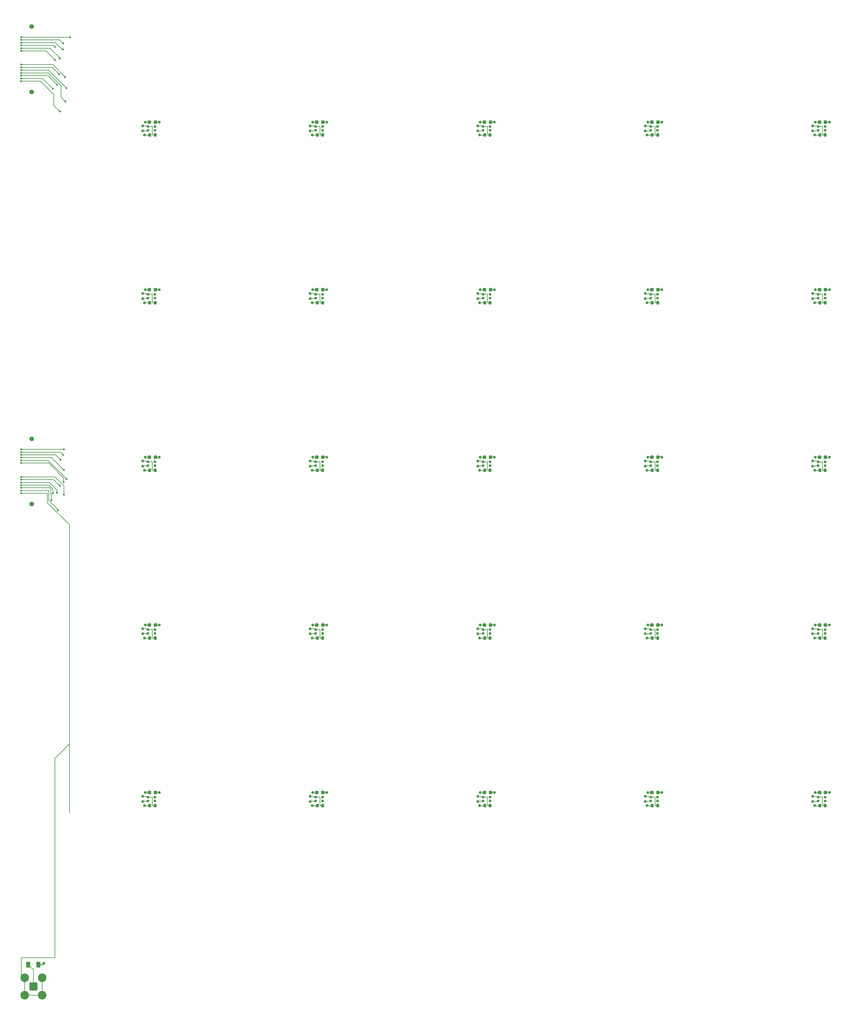
<source format=gbr>
%TF.GenerationSoftware,KiCad,Pcbnew,8.0.2-1*%
%TF.CreationDate,2024-10-14T18:52:49-04:00*%
%TF.ProjectId,OddLayers_1.3mm_SiPM,4f64644c-6179-4657-9273-5f312e336d6d,rev?*%
%TF.SameCoordinates,Original*%
%TF.FileFunction,Copper,L1,Top*%
%TF.FilePolarity,Positive*%
%FSLAX46Y46*%
G04 Gerber Fmt 4.6, Leading zero omitted, Abs format (unit mm)*
G04 Created by KiCad (PCBNEW 8.0.2-1) date 2024-10-14 18:52:49*
%MOMM*%
%LPD*%
G01*
G04 APERTURE LIST*
G04 Aperture macros list*
%AMRoundRect*
0 Rectangle with rounded corners*
0 $1 Rounding radius*
0 $2 $3 $4 $5 $6 $7 $8 $9 X,Y pos of 4 corners*
0 Add a 4 corners polygon primitive as box body*
4,1,4,$2,$3,$4,$5,$6,$7,$8,$9,$2,$3,0*
0 Add four circle primitives for the rounded corners*
1,1,$1+$1,$2,$3*
1,1,$1+$1,$4,$5*
1,1,$1+$1,$6,$7*
1,1,$1+$1,$8,$9*
0 Add four rect primitives between the rounded corners*
20,1,$1+$1,$2,$3,$4,$5,0*
20,1,$1+$1,$4,$5,$6,$7,0*
20,1,$1+$1,$6,$7,$8,$9,0*
20,1,$1+$1,$8,$9,$2,$3,0*%
G04 Aperture macros list end*
%TA.AperFunction,SMDPad,CuDef*%
%ADD10R,0.700000X0.700000*%
%TD*%
%TA.AperFunction,ComponentPad*%
%ADD11C,0.800000*%
%TD*%
%TA.AperFunction,SMDPad,CuDef*%
%ADD12R,1.050000X0.200000*%
%TD*%
%TA.AperFunction,SMDPad,CuDef*%
%ADD13RoundRect,0.237500X-0.287500X-0.237500X0.287500X-0.237500X0.287500X0.237500X-0.287500X0.237500X0*%
%TD*%
%TA.AperFunction,SMDPad,CuDef*%
%ADD14R,1.100000X0.200000*%
%TD*%
%TA.AperFunction,SMDPad,CuDef*%
%ADD15R,1.200000X0.200000*%
%TD*%
%TA.AperFunction,SMDPad,CuDef*%
%ADD16R,0.200000X2.500000*%
%TD*%
%TA.AperFunction,SMDPad,CuDef*%
%ADD17R,0.850000X0.200000*%
%TD*%
%TA.AperFunction,SMDPad,CuDef*%
%ADD18RoundRect,0.225000X-0.225000X-0.250000X0.225000X-0.250000X0.225000X0.250000X-0.225000X0.250000X0*%
%TD*%
%TA.AperFunction,ComponentPad*%
%ADD19RoundRect,0.200100X0.949900X-0.949900X0.949900X0.949900X-0.949900X0.949900X-0.949900X-0.949900X0*%
%TD*%
%TA.AperFunction,ComponentPad*%
%ADD20C,2.500000*%
%TD*%
%TA.AperFunction,SMDPad,CuDef*%
%ADD21RoundRect,0.250000X-0.312500X-0.625000X0.312500X-0.625000X0.312500X0.625000X-0.312500X0.625000X0*%
%TD*%
%TA.AperFunction,ComponentPad*%
%ADD22C,1.348000*%
%TD*%
%TA.AperFunction,ViaPad*%
%ADD23C,0.600000*%
%TD*%
%TA.AperFunction,ViaPad*%
%ADD24C,0.800000*%
%TD*%
%TA.AperFunction,Conductor*%
%ADD25C,0.200000*%
%TD*%
%TA.AperFunction,Conductor*%
%ADD26C,0.250000*%
%TD*%
G04 APERTURE END LIST*
D10*
%TO.P,REF\u002A\u002A34,1*%
%TO.N,N/C*%
X301152500Y-167250000D03*
%TO.P,REF\u002A\u002A34,4*%
X301152500Y-168350000D03*
D11*
%TO.P,REF\u002A\u002A34,5*%
X298300000Y-165900000D03*
D12*
X299000000Y-165915000D03*
D13*
X299525000Y-165915000D03*
%TO.P,REF\u002A\u002A34,6*%
X301275000Y-165915000D03*
D12*
X301650000Y-165915000D03*
D11*
X302400000Y-165900000D03*
%TO.P,REF\u002A\u002A34,7*%
%TO.N,K14*%
X297550000Y-167000000D03*
D14*
X298350000Y-167050000D03*
D10*
X299127500Y-167250000D03*
D15*
X299900000Y-167250000D03*
D16*
X300400000Y-168400000D03*
D17*
X300725000Y-169700000D03*
D18*
X301175000Y-169700000D03*
D11*
%TO.P,REF\u002A\u002A34,8*%
%TO.N,A14*%
X297550000Y-168500000D03*
D14*
X298350000Y-168450000D03*
D10*
X299127500Y-168350000D03*
D11*
%TO.P,REF\u002A\u002A34,9*%
%TO.N,GND*%
X298100000Y-169700000D03*
D12*
X298850000Y-169750000D03*
D18*
X299625000Y-169700000D03*
%TD*%
D10*
%TO.P,REF\u002A\u002A40,1*%
%TO.N,N/C*%
X105952500Y-264850000D03*
%TO.P,REF\u002A\u002A40,4*%
X105952500Y-265950000D03*
D11*
%TO.P,REF\u002A\u002A40,5*%
X103100000Y-263500000D03*
D12*
X103800000Y-263515000D03*
D13*
X104325000Y-263515000D03*
%TO.P,REF\u002A\u002A40,6*%
X106075000Y-263515000D03*
D12*
X106450000Y-263515000D03*
D11*
X107200000Y-263500000D03*
%TO.P,REF\u002A\u002A40,7*%
%TO.N,K20*%
X102350000Y-264600000D03*
D14*
X103150000Y-264650000D03*
D10*
X103927500Y-264850000D03*
D15*
X104700000Y-264850000D03*
D16*
X105200000Y-266000000D03*
D17*
X105525000Y-267300000D03*
D18*
X105975000Y-267300000D03*
D11*
%TO.P,REF\u002A\u002A40,8*%
%TO.N,A20*%
X102350000Y-266100000D03*
D14*
X103150000Y-266050000D03*
D10*
X103927500Y-265950000D03*
D11*
%TO.P,REF\u002A\u002A40,9*%
%TO.N,GND*%
X102900000Y-267300000D03*
D12*
X103650000Y-267350000D03*
D18*
X104425000Y-267300000D03*
%TD*%
D10*
%TO.P,REF\u002A\u002A30,1*%
%TO.N,N/C*%
X105952500Y-167250000D03*
%TO.P,REF\u002A\u002A30,4*%
X105952500Y-168350000D03*
D11*
%TO.P,REF\u002A\u002A30,5*%
X103100000Y-165900000D03*
D12*
X103800000Y-165915000D03*
D13*
X104325000Y-165915000D03*
%TO.P,REF\u002A\u002A30,6*%
X106075000Y-165915000D03*
D12*
X106450000Y-165915000D03*
D11*
X107200000Y-165900000D03*
%TO.P,REF\u002A\u002A30,7*%
%TO.N,K10*%
X102350000Y-167000000D03*
D14*
X103150000Y-167050000D03*
D10*
X103927500Y-167250000D03*
D15*
X104700000Y-167250000D03*
D16*
X105200000Y-168400000D03*
D17*
X105525000Y-169700000D03*
D18*
X105975000Y-169700000D03*
D11*
%TO.P,REF\u002A\u002A30,8*%
%TO.N,A10*%
X102350000Y-168500000D03*
D14*
X103150000Y-168450000D03*
D10*
X103927500Y-168350000D03*
D11*
%TO.P,REF\u002A\u002A30,9*%
%TO.N,GND*%
X102900000Y-169700000D03*
D12*
X103650000Y-169750000D03*
D18*
X104425000Y-169700000D03*
%TD*%
D10*
%TO.P,REF\u002A\u002A24,1*%
%TO.N,N/C*%
X301152500Y-69650000D03*
%TO.P,REF\u002A\u002A24,4*%
X301152500Y-70750000D03*
D11*
%TO.P,REF\u002A\u002A24,5*%
X298300000Y-68300000D03*
D12*
X299000000Y-68315000D03*
D13*
X299525000Y-68315000D03*
%TO.P,REF\u002A\u002A24,6*%
X301275000Y-68315000D03*
D12*
X301650000Y-68315000D03*
D11*
X302400000Y-68300000D03*
%TO.P,REF\u002A\u002A24,7*%
%TO.N,K4*%
X297550000Y-69400000D03*
D14*
X298350000Y-69450000D03*
D10*
X299127500Y-69650000D03*
D15*
X299900000Y-69650000D03*
D16*
X300400000Y-70800000D03*
D17*
X300725000Y-72100000D03*
D18*
X301175000Y-72100000D03*
D11*
%TO.P,REF\u002A\u002A24,8*%
%TO.N,A4*%
X297550000Y-70900000D03*
D14*
X298350000Y-70850000D03*
D10*
X299127500Y-70750000D03*
D11*
%TO.P,REF\u002A\u002A24,9*%
%TO.N,GND*%
X298100000Y-72100000D03*
D12*
X298850000Y-72150000D03*
D18*
X299625000Y-72100000D03*
%TD*%
D10*
%TO.P,REF\u002A\u002A43,1*%
%TO.N,N/C*%
X252352500Y-264850000D03*
%TO.P,REF\u002A\u002A43,4*%
X252352500Y-265950000D03*
D11*
%TO.P,REF\u002A\u002A43,5*%
X249500000Y-263500000D03*
D12*
X250200000Y-263515000D03*
D13*
X250725000Y-263515000D03*
%TO.P,REF\u002A\u002A43,6*%
X252475000Y-263515000D03*
D12*
X252850000Y-263515000D03*
D11*
X253600000Y-263500000D03*
%TO.P,REF\u002A\u002A43,7*%
%TO.N,K23*%
X248750000Y-264600000D03*
D14*
X249550000Y-264650000D03*
D10*
X250327500Y-264850000D03*
D15*
X251100000Y-264850000D03*
D16*
X251600000Y-266000000D03*
D17*
X251925000Y-267300000D03*
D18*
X252375000Y-267300000D03*
D11*
%TO.P,REF\u002A\u002A43,8*%
%TO.N,A23*%
X248750000Y-266100000D03*
D14*
X249550000Y-266050000D03*
D10*
X250327500Y-265950000D03*
D11*
%TO.P,REF\u002A\u002A43,9*%
%TO.N,GND*%
X249300000Y-267300000D03*
D12*
X250050000Y-267350000D03*
D18*
X250825000Y-267300000D03*
%TD*%
D10*
%TO.P,REF\u002A\u002A38,1*%
%TO.N,N/C*%
X252352500Y-216050000D03*
%TO.P,REF\u002A\u002A38,4*%
X252352500Y-217150000D03*
D11*
%TO.P,REF\u002A\u002A38,5*%
X249500000Y-214700000D03*
D12*
X250200000Y-214715000D03*
D13*
X250725000Y-214715000D03*
%TO.P,REF\u002A\u002A38,6*%
X252475000Y-214715000D03*
D12*
X252850000Y-214715000D03*
D11*
X253600000Y-214700000D03*
%TO.P,REF\u002A\u002A38,7*%
%TO.N,K18*%
X248750000Y-215800000D03*
D14*
X249550000Y-215850000D03*
D10*
X250327500Y-216050000D03*
D15*
X251100000Y-216050000D03*
D16*
X251600000Y-217200000D03*
D17*
X251925000Y-218500000D03*
D18*
X252375000Y-218500000D03*
D11*
%TO.P,REF\u002A\u002A38,8*%
%TO.N,A18*%
X248750000Y-217300000D03*
D14*
X249550000Y-217250000D03*
D10*
X250327500Y-217150000D03*
D11*
%TO.P,REF\u002A\u002A38,9*%
%TO.N,GND*%
X249300000Y-218500000D03*
D12*
X250050000Y-218550000D03*
D18*
X250825000Y-218500000D03*
%TD*%
D10*
%TO.P,REF\u002A\u002A22,1*%
%TO.N,N/C*%
X203552500Y-69650000D03*
%TO.P,REF\u002A\u002A22,4*%
X203552500Y-70750000D03*
D11*
%TO.P,REF\u002A\u002A22,5*%
X200700000Y-68300000D03*
D12*
X201400000Y-68315000D03*
D13*
X201925000Y-68315000D03*
%TO.P,REF\u002A\u002A22,6*%
X203675000Y-68315000D03*
D12*
X204050000Y-68315000D03*
D11*
X204800000Y-68300000D03*
%TO.P,REF\u002A\u002A22,7*%
%TO.N,K2*%
X199950000Y-69400000D03*
D14*
X200750000Y-69450000D03*
D10*
X201527500Y-69650000D03*
D15*
X202300000Y-69650000D03*
D16*
X202800000Y-70800000D03*
D17*
X203125000Y-72100000D03*
D18*
X203575000Y-72100000D03*
D11*
%TO.P,REF\u002A\u002A22,8*%
%TO.N,A2*%
X199950000Y-70900000D03*
D14*
X200750000Y-70850000D03*
D10*
X201527500Y-70750000D03*
D11*
%TO.P,REF\u002A\u002A22,9*%
%TO.N,GND*%
X200500000Y-72100000D03*
D12*
X201250000Y-72150000D03*
D18*
X202025000Y-72100000D03*
%TD*%
D10*
%TO.P,REF\u002A\u002A28,1*%
%TO.N,N/C*%
X252352500Y-118450000D03*
%TO.P,REF\u002A\u002A28,4*%
X252352500Y-119550000D03*
D11*
%TO.P,REF\u002A\u002A28,5*%
X249500000Y-117100000D03*
D12*
X250200000Y-117115000D03*
D13*
X250725000Y-117115000D03*
%TO.P,REF\u002A\u002A28,6*%
X252475000Y-117115000D03*
D12*
X252850000Y-117115000D03*
D11*
X253600000Y-117100000D03*
%TO.P,REF\u002A\u002A28,7*%
%TO.N,K8*%
X248750000Y-118200000D03*
D14*
X249550000Y-118250000D03*
D10*
X250327500Y-118450000D03*
D15*
X251100000Y-118450000D03*
D16*
X251600000Y-119600000D03*
D17*
X251925000Y-120900000D03*
D18*
X252375000Y-120900000D03*
D11*
%TO.P,REF\u002A\u002A28,8*%
%TO.N,A8*%
X248750000Y-119700000D03*
D14*
X249550000Y-119650000D03*
D10*
X250327500Y-119550000D03*
D11*
%TO.P,REF\u002A\u002A28,9*%
%TO.N,GND*%
X249300000Y-120900000D03*
D12*
X250050000Y-120950000D03*
D18*
X250825000Y-120900000D03*
%TD*%
D10*
%TO.P,REF\u002A\u002A23,1*%
%TO.N,N/C*%
X252352500Y-69650000D03*
%TO.P,REF\u002A\u002A23,4*%
X252352500Y-70750000D03*
D11*
%TO.P,REF\u002A\u002A23,5*%
X249500000Y-68300000D03*
D12*
X250200000Y-68315000D03*
D13*
X250725000Y-68315000D03*
%TO.P,REF\u002A\u002A23,6*%
X252475000Y-68315000D03*
D12*
X252850000Y-68315000D03*
D11*
X253600000Y-68300000D03*
%TO.P,REF\u002A\u002A23,7*%
%TO.N,K3*%
X248750000Y-69400000D03*
D14*
X249550000Y-69450000D03*
D10*
X250327500Y-69650000D03*
D15*
X251100000Y-69650000D03*
D16*
X251600000Y-70800000D03*
D17*
X251925000Y-72100000D03*
D18*
X252375000Y-72100000D03*
D11*
%TO.P,REF\u002A\u002A23,8*%
%TO.N,A3*%
X248750000Y-70900000D03*
D14*
X249550000Y-70850000D03*
D10*
X250327500Y-70750000D03*
D11*
%TO.P,REF\u002A\u002A23,9*%
%TO.N,GND*%
X249300000Y-72100000D03*
D12*
X250050000Y-72150000D03*
D18*
X250825000Y-72100000D03*
%TD*%
D10*
%TO.P,REF\u002A\u002A32,1*%
%TO.N,N/C*%
X203552500Y-167250000D03*
%TO.P,REF\u002A\u002A32,4*%
X203552500Y-168350000D03*
D11*
%TO.P,REF\u002A\u002A32,5*%
X200700000Y-165900000D03*
D12*
X201400000Y-165915000D03*
D13*
X201925000Y-165915000D03*
%TO.P,REF\u002A\u002A32,6*%
X203675000Y-165915000D03*
D12*
X204050000Y-165915000D03*
D11*
X204800000Y-165900000D03*
%TO.P,REF\u002A\u002A32,7*%
%TO.N,K12*%
X199950000Y-167000000D03*
D14*
X200750000Y-167050000D03*
D10*
X201527500Y-167250000D03*
D15*
X202300000Y-167250000D03*
D16*
X202800000Y-168400000D03*
D17*
X203125000Y-169700000D03*
D18*
X203575000Y-169700000D03*
D11*
%TO.P,REF\u002A\u002A32,8*%
%TO.N,A12*%
X199950000Y-168500000D03*
D14*
X200750000Y-168450000D03*
D10*
X201527500Y-168350000D03*
D11*
%TO.P,REF\u002A\u002A32,9*%
%TO.N,GND*%
X200500000Y-169700000D03*
D12*
X201250000Y-169750000D03*
D18*
X202025000Y-169700000D03*
%TD*%
D10*
%TO.P,REF\u002A\u002A44,1*%
%TO.N,N/C*%
X301152500Y-264850000D03*
%TO.P,REF\u002A\u002A44,4*%
X301152500Y-265950000D03*
D11*
%TO.P,REF\u002A\u002A44,5*%
X298300000Y-263500000D03*
D12*
X299000000Y-263515000D03*
D13*
X299525000Y-263515000D03*
%TO.P,REF\u002A\u002A44,6*%
%TO.N,LED_input_after_resistor*%
X301275000Y-263515000D03*
D12*
X301650000Y-263515000D03*
D11*
X302400000Y-263500000D03*
%TO.P,REF\u002A\u002A44,7*%
%TO.N,K24*%
X297550000Y-264600000D03*
D14*
X298350000Y-264650000D03*
D10*
X299127500Y-264850000D03*
D15*
X299900000Y-264850000D03*
D16*
X300400000Y-266000000D03*
D17*
X300725000Y-267300000D03*
D18*
X301175000Y-267300000D03*
D11*
%TO.P,REF\u002A\u002A44,8*%
%TO.N,A24*%
X297550000Y-266100000D03*
D14*
X298350000Y-266050000D03*
D10*
X299127500Y-265950000D03*
D11*
%TO.P,REF\u002A\u002A44,9*%
%TO.N,GND*%
X298100000Y-267300000D03*
D12*
X298850000Y-267350000D03*
D18*
X299625000Y-267300000D03*
%TD*%
D10*
%TO.P,REF\u002A\u002A26,1*%
%TO.N,N/C*%
X154752500Y-118450000D03*
%TO.P,REF\u002A\u002A26,4*%
X154752500Y-119550000D03*
D11*
%TO.P,REF\u002A\u002A26,5*%
X151900000Y-117100000D03*
D12*
X152600000Y-117115000D03*
D13*
X153125000Y-117115000D03*
%TO.P,REF\u002A\u002A26,6*%
X154875000Y-117115000D03*
D12*
X155250000Y-117115000D03*
D11*
X156000000Y-117100000D03*
%TO.P,REF\u002A\u002A26,7*%
%TO.N,K6*%
X151150000Y-118200000D03*
D14*
X151950000Y-118250000D03*
D10*
X152727500Y-118450000D03*
D15*
X153500000Y-118450000D03*
D16*
X154000000Y-119600000D03*
D17*
X154325000Y-120900000D03*
D18*
X154775000Y-120900000D03*
D11*
%TO.P,REF\u002A\u002A26,8*%
%TO.N,A6*%
X151150000Y-119700000D03*
D14*
X151950000Y-119650000D03*
D10*
X152727500Y-119550000D03*
D11*
%TO.P,REF\u002A\u002A26,9*%
%TO.N,GND*%
X151700000Y-120900000D03*
D12*
X152450000Y-120950000D03*
D18*
X153225000Y-120900000D03*
%TD*%
D10*
%TO.P,REF\u002A\u002A36,1*%
%TO.N,N/C*%
X154752500Y-216050000D03*
%TO.P,REF\u002A\u002A36,4*%
X154752500Y-217150000D03*
D11*
%TO.P,REF\u002A\u002A36,5*%
X151900000Y-214700000D03*
D12*
X152600000Y-214715000D03*
D13*
X153125000Y-214715000D03*
%TO.P,REF\u002A\u002A36,6*%
X154875000Y-214715000D03*
D12*
X155250000Y-214715000D03*
D11*
X156000000Y-214700000D03*
%TO.P,REF\u002A\u002A36,7*%
%TO.N,K16*%
X151150000Y-215800000D03*
D14*
X151950000Y-215850000D03*
D10*
X152727500Y-216050000D03*
D15*
X153500000Y-216050000D03*
D16*
X154000000Y-217200000D03*
D17*
X154325000Y-218500000D03*
D18*
X154775000Y-218500000D03*
D11*
%TO.P,REF\u002A\u002A36,8*%
%TO.N,A16*%
X151150000Y-217300000D03*
D14*
X151950000Y-217250000D03*
D10*
X152727500Y-217150000D03*
D11*
%TO.P,REF\u002A\u002A36,9*%
%TO.N,GND*%
X151700000Y-218500000D03*
D12*
X152450000Y-218550000D03*
D18*
X153225000Y-218500000D03*
%TD*%
D10*
%TO.P,REF\u002A\u002A20,1*%
%TO.N,N/C*%
X105952500Y-69650000D03*
%TO.P,REF\u002A\u002A20,4*%
X105952500Y-70750000D03*
D11*
%TO.P,REF\u002A\u002A20,5*%
%TO.N,GND*%
X103100000Y-68300000D03*
D12*
X103800000Y-68315000D03*
D13*
X104325000Y-68315000D03*
%TO.P,REF\u002A\u002A20,6*%
%TO.N,N/C*%
X106075000Y-68315000D03*
D12*
X106450000Y-68315000D03*
D11*
X107200000Y-68300000D03*
%TO.P,REF\u002A\u002A20,7*%
%TO.N,K0*%
X102350000Y-69400000D03*
D14*
X103150000Y-69450000D03*
D10*
X103927500Y-69650000D03*
D15*
X104700000Y-69650000D03*
D16*
X105200000Y-70800000D03*
D17*
X105525000Y-72100000D03*
D18*
X105975000Y-72100000D03*
D11*
%TO.P,REF\u002A\u002A20,8*%
%TO.N,A0*%
X102350000Y-70900000D03*
D14*
X103150000Y-70850000D03*
D10*
X103927500Y-70750000D03*
D11*
%TO.P,REF\u002A\u002A20,9*%
%TO.N,GND*%
X102900000Y-72100000D03*
D12*
X103650000Y-72150000D03*
D18*
X104425000Y-72100000D03*
%TD*%
D10*
%TO.P,REF\u002A\u002A25,1*%
%TO.N,N/C*%
X105952500Y-118450000D03*
%TO.P,REF\u002A\u002A25,4*%
X105952500Y-119550000D03*
D11*
%TO.P,REF\u002A\u002A25,5*%
X103100000Y-117100000D03*
D12*
X103800000Y-117115000D03*
D13*
X104325000Y-117115000D03*
%TO.P,REF\u002A\u002A25,6*%
X106075000Y-117115000D03*
D12*
X106450000Y-117115000D03*
D11*
X107200000Y-117100000D03*
%TO.P,REF\u002A\u002A25,7*%
%TO.N,K5*%
X102350000Y-118200000D03*
D14*
X103150000Y-118250000D03*
D10*
X103927500Y-118450000D03*
D15*
X104700000Y-118450000D03*
D16*
X105200000Y-119600000D03*
D17*
X105525000Y-120900000D03*
D18*
X105975000Y-120900000D03*
D11*
%TO.P,REF\u002A\u002A25,8*%
%TO.N,A5*%
X102350000Y-119700000D03*
D14*
X103150000Y-119650000D03*
D10*
X103927500Y-119550000D03*
D11*
%TO.P,REF\u002A\u002A25,9*%
%TO.N,GND*%
X102900000Y-120900000D03*
D12*
X103650000Y-120950000D03*
D18*
X104425000Y-120900000D03*
%TD*%
D10*
%TO.P,REF\u002A\u002A37,1*%
%TO.N,N/C*%
X203552500Y-216050000D03*
%TO.P,REF\u002A\u002A37,4*%
X203552500Y-217150000D03*
D11*
%TO.P,REF\u002A\u002A37,5*%
X200700000Y-214700000D03*
D12*
X201400000Y-214715000D03*
D13*
X201925000Y-214715000D03*
%TO.P,REF\u002A\u002A37,6*%
X203675000Y-214715000D03*
D12*
X204050000Y-214715000D03*
D11*
X204800000Y-214700000D03*
%TO.P,REF\u002A\u002A37,7*%
%TO.N,K17*%
X199950000Y-215800000D03*
D14*
X200750000Y-215850000D03*
D10*
X201527500Y-216050000D03*
D15*
X202300000Y-216050000D03*
D16*
X202800000Y-217200000D03*
D17*
X203125000Y-218500000D03*
D18*
X203575000Y-218500000D03*
D11*
%TO.P,REF\u002A\u002A37,8*%
%TO.N,A17*%
X199950000Y-217300000D03*
D14*
X200750000Y-217250000D03*
D10*
X201527500Y-217150000D03*
D11*
%TO.P,REF\u002A\u002A37,9*%
%TO.N,GND*%
X200500000Y-218500000D03*
D12*
X201250000Y-218550000D03*
D18*
X202025000Y-218500000D03*
%TD*%
D10*
%TO.P,REF\u002A\u002A31,1*%
%TO.N,N/C*%
X154752500Y-167250000D03*
%TO.P,REF\u002A\u002A31,4*%
X154752500Y-168350000D03*
D11*
%TO.P,REF\u002A\u002A31,5*%
X151900000Y-165900000D03*
D12*
X152600000Y-165915000D03*
D13*
X153125000Y-165915000D03*
%TO.P,REF\u002A\u002A31,6*%
X154875000Y-165915000D03*
D12*
X155250000Y-165915000D03*
D11*
X156000000Y-165900000D03*
%TO.P,REF\u002A\u002A31,7*%
%TO.N,K11*%
X151150000Y-167000000D03*
D14*
X151950000Y-167050000D03*
D10*
X152727500Y-167250000D03*
D15*
X153500000Y-167250000D03*
D16*
X154000000Y-168400000D03*
D17*
X154325000Y-169700000D03*
D18*
X154775000Y-169700000D03*
D11*
%TO.P,REF\u002A\u002A31,8*%
%TO.N,A11*%
X151150000Y-168500000D03*
D14*
X151950000Y-168450000D03*
D10*
X152727500Y-168350000D03*
D11*
%TO.P,REF\u002A\u002A31,9*%
%TO.N,GND*%
X151700000Y-169700000D03*
D12*
X152450000Y-169750000D03*
D18*
X153225000Y-169700000D03*
%TD*%
D10*
%TO.P,REF\u002A\u002A27,1*%
%TO.N,N/C*%
X203552500Y-118450000D03*
%TO.P,REF\u002A\u002A27,4*%
X203552500Y-119550000D03*
D11*
%TO.P,REF\u002A\u002A27,5*%
X200700000Y-117100000D03*
D12*
X201400000Y-117115000D03*
D13*
X201925000Y-117115000D03*
%TO.P,REF\u002A\u002A27,6*%
X203675000Y-117115000D03*
D12*
X204050000Y-117115000D03*
D11*
X204800000Y-117100000D03*
%TO.P,REF\u002A\u002A27,7*%
%TO.N,K7*%
X199950000Y-118200000D03*
D14*
X200750000Y-118250000D03*
D10*
X201527500Y-118450000D03*
D15*
X202300000Y-118450000D03*
D16*
X202800000Y-119600000D03*
D17*
X203125000Y-120900000D03*
D18*
X203575000Y-120900000D03*
D11*
%TO.P,REF\u002A\u002A27,8*%
%TO.N,A7*%
X199950000Y-119700000D03*
D14*
X200750000Y-119650000D03*
D10*
X201527500Y-119550000D03*
D11*
%TO.P,REF\u002A\u002A27,9*%
%TO.N,GND*%
X200500000Y-120900000D03*
D12*
X201250000Y-120950000D03*
D18*
X202025000Y-120900000D03*
%TD*%
D10*
%TO.P,REF\u002A\u002A41,1*%
%TO.N,N/C*%
X154752500Y-264850000D03*
%TO.P,REF\u002A\u002A41,4*%
X154752500Y-265950000D03*
D11*
%TO.P,REF\u002A\u002A41,5*%
X151900000Y-263500000D03*
D12*
X152600000Y-263515000D03*
D13*
X153125000Y-263515000D03*
%TO.P,REF\u002A\u002A41,6*%
X154875000Y-263515000D03*
D12*
X155250000Y-263515000D03*
D11*
X156000000Y-263500000D03*
%TO.P,REF\u002A\u002A41,7*%
%TO.N,K21*%
X151150000Y-264600000D03*
D14*
X151950000Y-264650000D03*
D10*
X152727500Y-264850000D03*
D15*
X153500000Y-264850000D03*
D16*
X154000000Y-266000000D03*
D17*
X154325000Y-267300000D03*
D18*
X154775000Y-267300000D03*
D11*
%TO.P,REF\u002A\u002A41,8*%
%TO.N,A21*%
X151150000Y-266100000D03*
D14*
X151950000Y-266050000D03*
D10*
X152727500Y-265950000D03*
D11*
%TO.P,REF\u002A\u002A41,9*%
%TO.N,GND*%
X151700000Y-267300000D03*
D12*
X152450000Y-267350000D03*
D18*
X153225000Y-267300000D03*
%TD*%
D10*
%TO.P,REF\u002A\u002A29,1*%
%TO.N,N/C*%
X301152500Y-118450000D03*
%TO.P,REF\u002A\u002A29,4*%
X301152500Y-119550000D03*
D11*
%TO.P,REF\u002A\u002A29,5*%
X298300000Y-117100000D03*
D12*
X299000000Y-117115000D03*
D13*
X299525000Y-117115000D03*
%TO.P,REF\u002A\u002A29,6*%
X301275000Y-117115000D03*
D12*
X301650000Y-117115000D03*
D11*
X302400000Y-117100000D03*
%TO.P,REF\u002A\u002A29,7*%
%TO.N,K9*%
X297550000Y-118200000D03*
D14*
X298350000Y-118250000D03*
D10*
X299127500Y-118450000D03*
D15*
X299900000Y-118450000D03*
D16*
X300400000Y-119600000D03*
D17*
X300725000Y-120900000D03*
D18*
X301175000Y-120900000D03*
D11*
%TO.P,REF\u002A\u002A29,8*%
%TO.N,A9*%
X297550000Y-119700000D03*
D14*
X298350000Y-119650000D03*
D10*
X299127500Y-119550000D03*
D11*
%TO.P,REF\u002A\u002A29,9*%
%TO.N,GND*%
X298100000Y-120900000D03*
D12*
X298850000Y-120950000D03*
D18*
X299625000Y-120900000D03*
%TD*%
D19*
%TO.P,REF\u002A\u002A,1*%
%TO.N,LED_input*%
X70500000Y-320000000D03*
D20*
%TO.P,REF\u002A\u002A,2*%
%TO.N,GND*%
X67960000Y-322540000D03*
X73040000Y-322540000D03*
X67960000Y-317460000D03*
X73040000Y-317460000D03*
%TD*%
D21*
%TO.P,50 \u03A9,1*%
%TO.N,LED_input*%
X69037500Y-313600000D03*
%TO.P,50 \u03A9,2*%
%TO.N,LED_input_after_resistor*%
X71962500Y-313600000D03*
%TD*%
D10*
%TO.P,REF\u002A\u002A21,1*%
%TO.N,N/C*%
X154752500Y-69650000D03*
%TO.P,REF\u002A\u002A21,4*%
X154752500Y-70750000D03*
D11*
%TO.P,REF\u002A\u002A21,5*%
X151900000Y-68300000D03*
D12*
X152600000Y-68315000D03*
D13*
X153125000Y-68315000D03*
%TO.P,REF\u002A\u002A21,6*%
X154875000Y-68315000D03*
D12*
X155250000Y-68315000D03*
D11*
X156000000Y-68300000D03*
%TO.P,REF\u002A\u002A21,7*%
%TO.N,K1*%
X151150000Y-69400000D03*
D14*
X151950000Y-69450000D03*
D10*
X152727500Y-69650000D03*
D15*
X153500000Y-69650000D03*
D16*
X154000000Y-70800000D03*
D17*
X154325000Y-72100000D03*
D18*
X154775000Y-72100000D03*
D11*
%TO.P,REF\u002A\u002A21,8*%
%TO.N,A1*%
X151150000Y-70900000D03*
D14*
X151950000Y-70850000D03*
D10*
X152727500Y-70750000D03*
D11*
%TO.P,REF\u002A\u002A21,9*%
%TO.N,GND*%
X151700000Y-72100000D03*
D12*
X152450000Y-72150000D03*
D18*
X153225000Y-72100000D03*
%TD*%
D10*
%TO.P,REF\u002A\u002A42,1*%
%TO.N,N/C*%
X203552500Y-264850000D03*
%TO.P,REF\u002A\u002A42,4*%
X203552500Y-265950000D03*
D11*
%TO.P,REF\u002A\u002A42,5*%
X200700000Y-263500000D03*
D12*
X201400000Y-263515000D03*
D13*
X201925000Y-263515000D03*
%TO.P,REF\u002A\u002A42,6*%
X203675000Y-263515000D03*
D12*
X204050000Y-263515000D03*
D11*
X204800000Y-263500000D03*
%TO.P,REF\u002A\u002A42,7*%
%TO.N,K22*%
X199950000Y-264600000D03*
D14*
X200750000Y-264650000D03*
D10*
X201527500Y-264850000D03*
D15*
X202300000Y-264850000D03*
D16*
X202800000Y-266000000D03*
D17*
X203125000Y-267300000D03*
D18*
X203575000Y-267300000D03*
D11*
%TO.P,REF\u002A\u002A42,8*%
%TO.N,A22*%
X199950000Y-266100000D03*
D14*
X200750000Y-266050000D03*
D10*
X201527500Y-265950000D03*
D11*
%TO.P,REF\u002A\u002A42,9*%
%TO.N,GND*%
X200500000Y-267300000D03*
D12*
X201250000Y-267350000D03*
D18*
X202025000Y-267300000D03*
%TD*%
D10*
%TO.P,REF\u002A\u002A35,1*%
%TO.N,N/C*%
X105952500Y-216050000D03*
%TO.P,REF\u002A\u002A35,4*%
X105952500Y-217150000D03*
D11*
%TO.P,REF\u002A\u002A35,5*%
X103100000Y-214700000D03*
D12*
X103800000Y-214715000D03*
D13*
X104325000Y-214715000D03*
%TO.P,REF\u002A\u002A35,6*%
X106075000Y-214715000D03*
D12*
X106450000Y-214715000D03*
D11*
X107200000Y-214700000D03*
%TO.P,REF\u002A\u002A35,7*%
%TO.N,K15*%
X102350000Y-215800000D03*
D14*
X103150000Y-215850000D03*
D10*
X103927500Y-216050000D03*
D15*
X104700000Y-216050000D03*
D16*
X105200000Y-217200000D03*
D17*
X105525000Y-218500000D03*
D18*
X105975000Y-218500000D03*
D11*
%TO.P,REF\u002A\u002A35,8*%
%TO.N,A15*%
X102350000Y-217300000D03*
D14*
X103150000Y-217250000D03*
D10*
X103927500Y-217150000D03*
D11*
%TO.P,REF\u002A\u002A35,9*%
%TO.N,GND*%
X102900000Y-218500000D03*
D12*
X103650000Y-218550000D03*
D18*
X104425000Y-218500000D03*
%TD*%
D10*
%TO.P,REF\u002A\u002A39,1*%
%TO.N,N/C*%
X301152500Y-216050000D03*
%TO.P,REF\u002A\u002A39,4*%
X301152500Y-217150000D03*
D11*
%TO.P,REF\u002A\u002A39,5*%
X298300000Y-214700000D03*
D12*
X299000000Y-214715000D03*
D13*
X299525000Y-214715000D03*
%TO.P,REF\u002A\u002A39,6*%
X301275000Y-214715000D03*
D12*
X301650000Y-214715000D03*
D11*
X302400000Y-214700000D03*
%TO.P,REF\u002A\u002A39,7*%
%TO.N,K19*%
X297550000Y-215800000D03*
D14*
X298350000Y-215850000D03*
D10*
X299127500Y-216050000D03*
D15*
X299900000Y-216050000D03*
D16*
X300400000Y-217200000D03*
D17*
X300725000Y-218500000D03*
D18*
X301175000Y-218500000D03*
D11*
%TO.P,REF\u002A\u002A39,8*%
%TO.N,A19*%
X297550000Y-217300000D03*
D14*
X298350000Y-217250000D03*
D10*
X299127500Y-217150000D03*
D11*
%TO.P,REF\u002A\u002A39,9*%
%TO.N,GND*%
X298100000Y-218500000D03*
D12*
X298850000Y-218550000D03*
D18*
X299625000Y-218500000D03*
%TD*%
D10*
%TO.P,REF\u002A\u002A33,1*%
%TO.N,N/C*%
X252352500Y-167250000D03*
%TO.P,REF\u002A\u002A33,4*%
X252352500Y-168350000D03*
D11*
%TO.P,REF\u002A\u002A33,5*%
X249500000Y-165900000D03*
D12*
X250200000Y-165915000D03*
D13*
X250725000Y-165915000D03*
%TO.P,REF\u002A\u002A33,6*%
X252475000Y-165915000D03*
D12*
X252850000Y-165915000D03*
D11*
X253600000Y-165900000D03*
%TO.P,REF\u002A\u002A33,7*%
%TO.N,K13*%
X248750000Y-167000000D03*
D14*
X249550000Y-167050000D03*
D10*
X250327500Y-167250000D03*
D15*
X251100000Y-167250000D03*
D16*
X251600000Y-168400000D03*
D17*
X251925000Y-169700000D03*
D18*
X252375000Y-169700000D03*
D11*
%TO.P,REF\u002A\u002A33,8*%
%TO.N,A13*%
X248750000Y-168500000D03*
D14*
X249550000Y-168450000D03*
D10*
X250327500Y-168350000D03*
D11*
%TO.P,REF\u002A\u002A33,9*%
%TO.N,GND*%
X249300000Y-169700000D03*
D12*
X250050000Y-169750000D03*
D18*
X250825000Y-169700000D03*
%TD*%
D22*
%TO.P,REF\u002A\u002A,S1*%
%TO.N,N/C*%
X70000000Y-40505000D03*
%TO.P,REF\u002A\u002A,S2*%
X70000000Y-59495000D03*
%TD*%
%TO.P,REF\u002A\u002A,S1*%
%TO.N,N/C*%
X70000000Y-160505000D03*
%TO.P,REF\u002A\u002A,S2*%
X70000000Y-179495000D03*
%TD*%
D23*
%TO.N,GND*%
X67000000Y-176400000D03*
%TO.N,K0*%
X67000000Y-43600000D03*
X81200000Y-43600000D03*
%TO.N,K1*%
X79200000Y-45400000D03*
X67000000Y-44400000D03*
%TO.N,K2*%
X67000000Y-45200000D03*
X79200000Y-47200000D03*
%TO.N,K3*%
X67000000Y-46000000D03*
X76800000Y-46400000D03*
%TO.N,K4*%
X67000000Y-46800000D03*
X78200000Y-49800000D03*
%TO.N,K5*%
X67000000Y-47600000D03*
X76800000Y-50200000D03*
%TO.N,K6*%
X67000000Y-51600000D03*
X79800000Y-55200000D03*
%TO.N,K7*%
X67000000Y-52400000D03*
X78000000Y-54400000D03*
%TO.N,K8*%
X80185785Y-58414215D03*
X67000000Y-53200000D03*
%TO.N,K9*%
X67000000Y-54000000D03*
X79881619Y-62318381D03*
%TO.N,K10*%
X77400000Y-57400000D03*
X67000000Y-54800000D03*
%TO.N,K11*%
X76200000Y-58600000D03*
X67000000Y-55600000D03*
%TO.N,K12*%
X78200000Y-65200000D03*
X67000000Y-56400000D03*
%TO.N,K14*%
X79200000Y-165200000D03*
X67000000Y-164400000D03*
%TO.N,K13*%
X79400000Y-163600000D03*
X67000000Y-163600000D03*
%TO.N,K15*%
X67000000Y-165200000D03*
X78400000Y-166600000D03*
%TO.N,K16*%
X79407108Y-169592892D03*
X67000000Y-166000000D03*
%TO.N,K17*%
X67000000Y-166800000D03*
X80200000Y-172200000D03*
%TO.N,K18*%
X67000000Y-167600000D03*
X79351471Y-173048529D03*
%TO.N,K19*%
X79400000Y-176800000D03*
X67000000Y-171600000D03*
%TO.N,K20*%
X67000000Y-172400000D03*
X78200000Y-174200000D03*
%TO.N,K21*%
X67000000Y-173200000D03*
X77400000Y-176200000D03*
%TO.N,K22*%
X76200000Y-176400000D03*
X67000000Y-174000000D03*
%TO.N,K23*%
X67000000Y-174800000D03*
X75800000Y-178400000D03*
%TO.N,K24*%
X77654661Y-181345340D03*
X67000000Y-175600000D03*
D24*
%TO.N,LED_input_after_resistor*%
X73600000Y-313200000D03*
%TD*%
D25*
%TO.N,GND*%
X73040000Y-322540000D02*
X73040000Y-317460000D01*
X67960000Y-322540000D02*
X67960000Y-317460000D01*
X67000000Y-311600000D02*
X76800000Y-311600000D01*
D26*
X72600000Y-322000000D02*
X72175000Y-322425000D01*
D25*
X67960000Y-317460000D02*
X67000000Y-316500000D01*
X81000000Y-185539208D02*
X74600000Y-179139208D01*
X76800000Y-253550000D02*
X81000000Y-249350000D01*
X81000000Y-269350000D02*
X81000000Y-185539208D01*
X74600000Y-179139208D02*
X74600000Y-176400000D01*
X74600000Y-176400000D02*
X67000000Y-176400000D01*
X76800000Y-311600000D02*
X76800000Y-253550000D01*
X67000000Y-316500000D02*
X67000000Y-311600000D01*
X67960000Y-322540000D02*
X73040000Y-322540000D01*
%TO.N,K0*%
X81200000Y-43600000D02*
X67000000Y-43600000D01*
%TO.N,K1*%
X78200000Y-44400000D02*
X79200000Y-45400000D01*
X67000000Y-44400000D02*
X78200000Y-44400000D01*
%TO.N,K2*%
X79200000Y-47200000D02*
X78951470Y-47200000D01*
X76951470Y-45200000D02*
X67000000Y-45200000D01*
X78951470Y-47200000D02*
X76951470Y-45200000D01*
%TO.N,K3*%
X76400000Y-46000000D02*
X76800000Y-46400000D01*
X67000000Y-46000000D02*
X76400000Y-46000000D01*
%TO.N,K4*%
X78200000Y-49800000D02*
X78200000Y-49600000D01*
X75400000Y-46800000D02*
X67000000Y-46800000D01*
X78200000Y-49800000D02*
X78400000Y-49800000D01*
X78200000Y-49600000D02*
X75400000Y-46800000D01*
X78400000Y-49800000D02*
X78400000Y-49800000D01*
%TO.N,K5*%
X74200000Y-47600000D02*
X76800000Y-50200000D01*
X67000000Y-47600000D02*
X74200000Y-47600000D01*
%TO.N,K6*%
X76200000Y-51600000D02*
X67000000Y-51600000D01*
X79800000Y-55200000D02*
X76200000Y-51600000D01*
%TO.N,K7*%
X67000000Y-52400000D02*
X76000000Y-52400000D01*
X76000000Y-52400000D02*
X78000000Y-54400000D01*
%TO.N,K8*%
X74971570Y-53200000D02*
X67000000Y-53200000D01*
X80185785Y-58414215D02*
X74971570Y-53200000D01*
%TO.N,K9*%
X79881619Y-62318381D02*
X78600000Y-61036762D01*
X78600000Y-61036762D02*
X78600000Y-57751471D01*
X78600000Y-57751471D02*
X74848529Y-54000000D01*
X74848529Y-54000000D02*
X67000000Y-54000000D01*
%TO.N,K10*%
X74800000Y-54800000D02*
X77400000Y-57400000D01*
X67000000Y-54800000D02*
X74800000Y-54800000D01*
%TO.N,K11*%
X67000000Y-55600000D02*
X73200000Y-55600000D01*
X73200000Y-55600000D02*
X76200000Y-58600000D01*
%TO.N,K12*%
X76500000Y-60300000D02*
X72600000Y-56400000D01*
X76500000Y-63500000D02*
X76500000Y-60300000D01*
X78200000Y-65200000D02*
X76500000Y-63500000D01*
X72600000Y-56400000D02*
X67000000Y-56400000D01*
%TO.N,K14*%
X79200000Y-165200000D02*
X78400000Y-164400000D01*
X78400000Y-164400000D02*
X67000000Y-164400000D01*
%TO.N,K13*%
X67000000Y-163600000D02*
X79400000Y-163600000D01*
%TO.N,K15*%
X67000000Y-165200000D02*
X77000000Y-165200000D01*
X77000000Y-165200000D02*
X78400000Y-166600000D01*
%TO.N,K16*%
X79407108Y-169592892D02*
X75814216Y-166000000D01*
X75814216Y-166000000D02*
X67000000Y-166000000D01*
%TO.N,K17*%
X67000000Y-166800000D02*
X74751471Y-166800000D01*
X80151471Y-172200000D02*
X80200000Y-172200000D01*
X74751471Y-166800000D02*
X80151471Y-172200000D01*
X80200000Y-172248529D02*
X80200000Y-172200000D01*
X80200000Y-172248529D02*
X80200000Y-172248529D01*
%TO.N,K18*%
X79351471Y-173048529D02*
X79351471Y-171965686D01*
X79351471Y-171965686D02*
X74985785Y-167600000D01*
X74985785Y-167600000D02*
X67000000Y-167600000D01*
%TO.N,K19*%
X67000000Y-171600000D02*
X76799999Y-171600000D01*
X79400000Y-174200001D02*
X79400000Y-176800000D01*
X76799999Y-171600000D02*
X79400000Y-174200001D01*
%TO.N,K20*%
X76400000Y-172400000D02*
X78200000Y-174200000D01*
X67000000Y-172400000D02*
X76400000Y-172400000D01*
%TO.N,K21*%
X67000000Y-173200000D02*
X75165685Y-173200000D01*
X77400000Y-175434315D02*
X77400000Y-176200000D01*
X75165685Y-173200000D02*
X77400000Y-175434315D01*
%TO.N,K22*%
X67000000Y-174000000D02*
X75000000Y-174000000D01*
X75000000Y-174000000D02*
X76200000Y-175200000D01*
X76200000Y-175200000D02*
X76200000Y-176400000D01*
%TO.N,K23*%
X67000000Y-174800000D02*
X75234314Y-174800000D01*
X75234314Y-174800000D02*
X75600000Y-175165686D01*
X75600000Y-175165686D02*
X75600000Y-176648529D01*
X75600000Y-176648529D02*
X75800000Y-176848529D01*
X75800000Y-176848529D02*
X75800000Y-178400000D01*
%TO.N,K24*%
X77654661Y-181345340D02*
X77654661Y-181103190D01*
X75000000Y-178448529D02*
X75000000Y-175600000D01*
X77654661Y-181103190D02*
X75000000Y-178448529D01*
X75000000Y-175600000D02*
X67000000Y-175600000D01*
%TO.N,LED_input*%
X70500000Y-320000000D02*
X70500000Y-315062500D01*
X70500000Y-315062500D02*
X69037500Y-313600000D01*
D26*
%TO.N,LED_input_after_resistor*%
X73600000Y-313200000D02*
X73200000Y-313600000D01*
X73200000Y-313600000D02*
X71962500Y-313600000D01*
%TD*%
M02*

</source>
